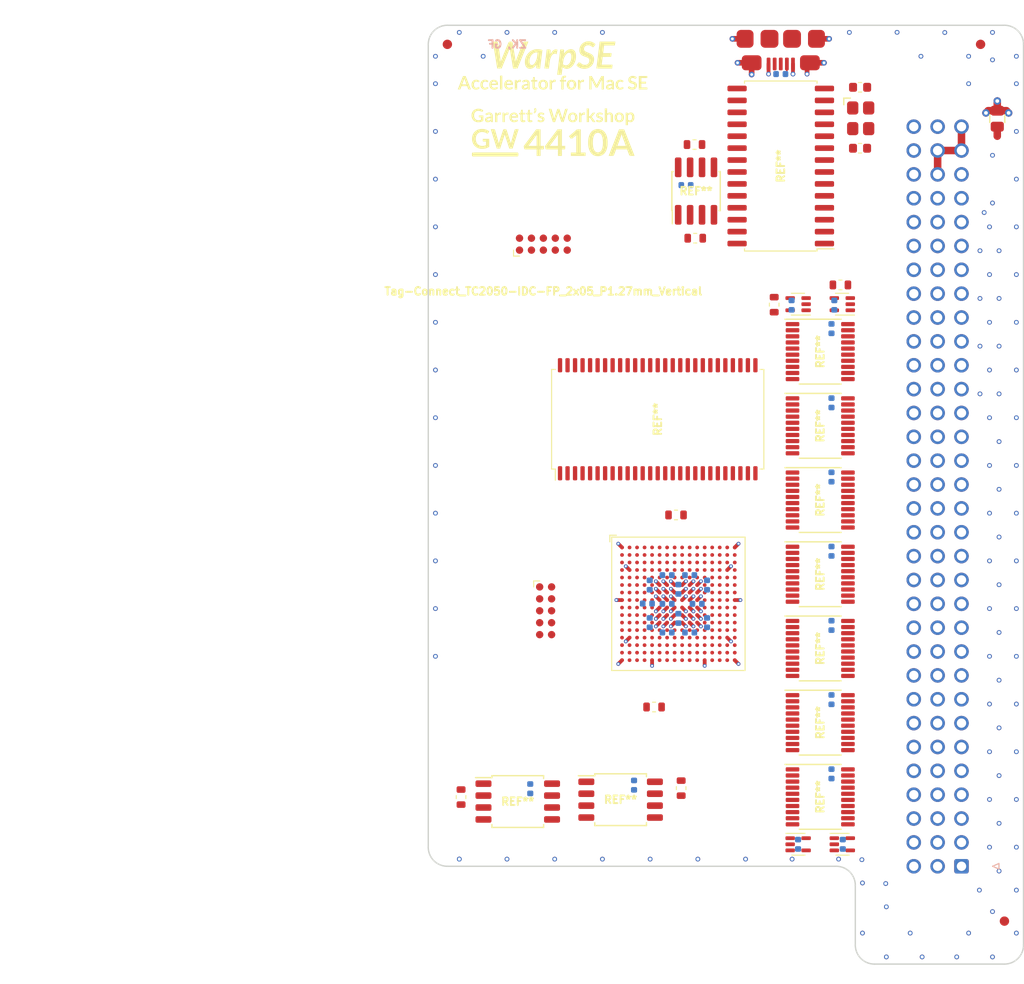
<source format=kicad_pcb>
(kicad_pcb (version 20221018) (generator pcbnew)
  (title_block (title "WarpSE (GW4410A)") (date "2024-04-23") (rev "1.0") (company "Garrett's Workshop"))
  (layers (0 "F.Cu" signal) (1 "In1.Cu" power) (2 "In2.Cu" power) (31 "B.Cu" signal) (34 "B.Paste" user) (35 "F.Paste" user) (36 "B.SilkS" user "B.Silkscreen") (37 "F.SilkS" user "F.Silkscreen") (38 "B.Mask" user) (39 "F.Mask" user) (44 "Edge.Cuts" user))
  (net 0 "")
  (net 1 "GND")
  (net 2 "+5V")
  (net 3 "+3V3")
  (net 4 "-5V")
  (net 5 "+12V")
  (net 6 "-12V")
  (net 7 "/Prog/USB5V")
  (net 8 "/PDS/A1")
  (net 9 "/PDS/A2")
  (net 10 "/PDS/A3")
  (net 11 "/PDS/A4")
  (net 12 "/PDS/A5")
  (net 13 "/PDS/A6")
  (net 14 "/PDS/A7")
  (net 15 "/PDS/A8")
  (net 16 "/PDS/A9")
  (net 17 "/PDS/A10")
  (net 18 "/PDS/A11")
  (net 19 "/PDS/A12")
  (net 20 "/PDS/A13")
  (net 21 "/PDS/A14")
  (net 22 "/PDS/A15")
  (net 23 "/PDS/A16")
  (net 24 "/PDS/A17")
  (net 25 "/PDS/A18")
  (net 26 "/PDS/A19")
  (net 27 "/PDS/A20")
  (net 28 "/PDS/A21")
  (net 29 "/PDS/A22")
  (net 30 "/PDS/A23")
  (net 31 "/PDS/E")
  (net 32 "/PDS/C8M")
  (net 33 "/PDS/C16M")
  (net 34 "/Control/B~{IPL}0")
  (net 35 "/Control/B~{IPL}1")
  (net 36 "/Control/B~{IPL}2")
  (net 37 "/PDS/~{BERR}")
  (net 38 "/PDS/~{VPA}")
  (net 39 "/PDS/~{VMA}")
  (net 40 "/PDS/~{BR}")
  (net 53 "/PDS/~{DTACK}")
  (net 54 "/PDS/R~{W}")
  (net 55 "/PDS/~{LDS}")
  (net 56 "/PDS/~{UDS}")
  (net 57 "/PDS/~{AS}")
  (net 58 "/PDS/~{RESET}")
  (net 59 "/PDS/D0")
  (net 60 "/PDS/D1")
  (net 61 "/PDS/D2")
  (net 62 "/PDS/D3")
  (net 63 "/PDS/D4")
  (net 64 "/PDS/D5")
  (net 65 "/PDS/D6")
  (net 66 "/PDS/D7")
  (net 67 "/PDS/D8")
  (net 68 "/PDS/D9")
  (net 74 "/PDS/D10")
  (net 75 "Net-(J3-D-)")
  (net 76 "Net-(J3-D+)")
  (net 77 "/PDS/D11")
  (net 78 "/PDS/D12")
  (net 79 "/PDS/D13")
  (net 80 "/PDS/D14")
  (net 82 "/PDS/D15")
  (net 174 "+1V1")
  (net 292 "+2V5")
  (footprint "stdpads:C_0805" (layer "F.Cu") (at 209.55 49.95 90)
    (fp_text reference "C22")
    (fp_text value "10u")
  )
  (footprint "stdpads:DIN41612_R_3x32_Male_Vertical_THT" (layer "F.Cu") (at 205.74 129.54 180)
    (fp_text reference "J1" hide)
    (fp_text value "MacSEPDS")
  )
  (footprint "stdpads:Fiducial" (layer "F.Cu") (at 151.007076 42.037)
    (fp_text reference "FID1")
    (fp_text value "Fiducial" hide)
  )
  (footprint "stdpads:Fiducial" (layer "F.Cu") (at 207.772 42.037)
    (fp_text reference "FID2")
    (fp_text value "Fiducial" hide)
  )
  (footprint "stdpads:Fiducial" (layer "F.Cu") (at 210.312 135.382)
    (fp_text reference "FID3")
    (fp_text value "Fiducial" hide)
  )
  (footprint "stdpads:PasteHole_1.152mm_NPTH" (layer "F.Cu") (at 153.547076 42.037)
    (fp_text reference "H1")
    (fp_text value " " hide)
  )
  (footprint "stdpads:PasteHole_1.152mm_NPTH" (layer "F.Cu") (at 210.312 42.037)
    (fp_text reference "H2")
    (fp_text value " " hide)
  )
  (footprint "stdpads:PasteHole_1.152mm_NPTH" (layer "F.Cu") (at 210.312 137.922)
    (fp_text reference "H3")
    (fp_text value " " hide)
  )
  (footprint "stdpads:PasteHole_1.152mm_NPTH" (layer "F.Cu") (at 196.469 137.922)
    (fp_text reference "H4")
    (fp_text value " " hide)
  )
  (footprint "stdpads:SOT-353" (layer "F.Cu") (at 193.05 69.7 90)
    (fp_text reference "REF**")
    (fp_text value "SOT-353")
  )
  (footprint "stdpads:TSSOP-20_4.4x6.5mm_P0.65mm" (layer "F.Cu") (at 190.7 114.25 -90)
    (fp_text reference "REF**")
    (fp_text value "TSSOP-20_4.4x6.5mm_P0.65mm")
  )
  (footprint "stdpads:SOIC-8_5.3mm" (layer "F.Cu") (at 158.5 122.65 -90)
    (fp_text reference "REF**")
    (fp_text value "SOIC-8_5.3mm")
  )
  (footprint "stdpads:R_0603" (layer "F.Cu") (at 175.349 92.1385)
    (fp_text reference "REF**")
    (fp_text value "R_0603")
  )
  (footprint "LOGO" (layer "F.Cu") (at 162.2425 51.6255)
    (fp_text reference "G***" hide)
    (fp_text value "LOGO" hide)
  )
  (footprint "stdpads:USB_Micro-B_Amphenol_10118192-0001" (layer "F.Cu") (at 186.5 42 180)
    (fp_text reference "J3")
    (fp_text value "microUSB")
  )
  (footprint "stdpads:SOIC-28_7.5mm" (layer "F.Cu") (at 186.4995 54.991 90)
    (fp_text reference "REF**")
    (fp_text value "SOIC-28_7.5mm")
  )
  (footprint "stdpads:R_0603" (layer "F.Cu") (at 175.895 121.2215 90)
    (fp_text reference "REF**")
    (fp_text value "R_0603")
  )
  (footprint "stdpads:Crystal_SMD_3225-4Pin_3.2x2.5mm" (layer "F.Cu") (at 195.0085 49.911 -90)
    (fp_text reference "REF**")
    (fp_text value "Crystal_SMD_3225-4Pin_3.2x2.5mm")
  )
  (footprint "stdpads:SOT-353" (layer "F.Cu") (at 188.35 127.2 -90)
    (fp_text reference "REF**")
    (fp_text value "SOT-353")
  )
  (footprint "stdpads:R_0603" (layer "F.Cu") (at 192.85 67.65 180)
    (fp_text reference "REF**")
    (fp_text value "R_0603")
  )
  (footprint "stdpads:TSOP-II-54_22.2x10.16mm_P0.8mm" (layer "F.Cu") (at 173.4 81.95)
    (fp_text reference "REF**")
    (fp_text value "TSOP-II-54_22.2x10.16mm_P0.8mm")
  )
  (footprint "LOGO" (layer "F.Cu") (at 162.2425 44.196)
    (fp_text reference "G***" hide)
    (fp_text value "LOGO" hide)
  )
  (footprint "stdpads:R_0603" (layer "F.Cu") (at 177.3935 62.6745)
    (fp_text reference "REF**")
    (fp_text value "R_0603")
  )
  (footprint "stdpads:TSSOP-20_4.4x6.5mm_P0.65mm" (layer "F.Cu") (at 190.7 74.75 -90)
    (fp_text reference "REF**")
    (fp_text value "TSSOP-20_4.4x6.5mm_P0.65mm")
  )
  (footprint "stdpads:R_0603" (layer "F.Cu") (at 177.3175 52.705 180)
    (fp_text reference "REF**")
    (fp_text value "R_0603")
  )
  (footprint "stdpads:SOT-353" (layer "F.Cu") (at 193.05 127.2 -90)
    (fp_text reference "REF**")
    (fp_text value "SOT-353")
  )
  (footprint "stdpads:Lattice_CABGA-256_14x14mm" (layer "F.Cu") (at 175.6 101.6)
    (fp_text reference "U11")
    (fp_text value "LFE5U-12F-BG256")
  )
  (footprint "stdpads:TSSOP-20_4.4x6.5mm_P0.65mm" (layer "F.Cu") (at 190.7 82.65 -90)
    (fp_text reference "REF**")
    (fp_text value "TSSOP-20_4.4x6.5mm_P0.65mm")
  )
  (footprint "stdpads:TSSOP-20_4.4x6.5mm_P0.65mm" (layer "F.Cu") (at 190.7 98.45 -90)
    (fp_text reference "REF**")
    (fp_text value "TSSOP-20_4.4x6.5mm_P0.65mm")
  )
  (footprint "stdpads:TSSOP-20_4.4x6.5mm_P0.65mm" (layer "F.Cu") (at 190.7 122.15 -90)
    (fp_text reference "REF**")
    (fp_text value "TSSOP-20_4.4x6.5mm_P0.65mm")
  )
  (footprint "stdpads:R_0603" (layer "F.Cu") (at 185.8 69.75 90)
    (fp_text reference "REF**")
    (fp_text value "R_0603")
  )
  (footprint "stdpads:C_0603" (layer "F.Cu") (at 194.939 53.099)
    (fp_text reference "REF**")
    (fp_text value "C_0603")
  )
  (footprint "stdpads:Tag-Connect_TC2050-IDC-FP_2x05_P1.27mm_Vertical" (layer "F.Cu") (at 161.466 102.34 -90)
    (fp_text reference "REF**")
    (fp_text value "Tag-Connect_TC2050-IDC-FP_2x05_P1.27mm_Vertical")
  )
  (footprint "stdpads:Tag-Connect_TC2050-IDC-FP_2x05_P1.27mm_Vertical" (layer "F.Cu") (at 161.2265 63.3095)
    (fp_text reference "REF**")
    (fp_text value "Tag-Connect_TC2050-IDC-FP_2x05_P1.27mm_Vertical")
  )
  (footprint "stdpads:TSSOP-20_4.4x6.5mm_P0.65mm" (layer "F.Cu") (at 190.7 90.55 -90)
    (fp_text reference "REF**")
    (fp_text value "TSSOP-20_4.4x6.5mm_P0.65mm")
  )
  (footprint "stdpads:SOIC-8_3.9mm" (layer "F.Cu") (at 177.4825 57.658)
    (fp_text reference "REF**")
    (fp_text value "SOIC-8_3.9mm")
  )
  (footprint "stdpads:R_0603" (layer "F.Cu") (at 173.012 112.5855 180)
    (fp_text reference "REF**")
    (fp_text value "R_0603")
  )
  (footprint "stdpads:C_0603" (layer "F.Cu") (at 194.945 46.609)
    (fp_text reference "REF**")
    (fp_text value "C_0603")
  )
  (footprint "stdpads:R_0603" (layer "F.Cu") (at 152.4635 122.174 90)
    (fp_text reference "REF**")
    (fp_text value "R_0603")
  )
  (footprint "stdpads:SOIC-8_5.3mm" (layer "F.Cu") (at 169.45 122.45 -90)
    (fp_text reference "REF**")
    (fp_text value "SOIC-8_5.3mm")
  )
  (footprint "stdpads:TSSOP-20_4.4x6.5mm_P0.65mm" (layer "F.Cu") (at 190.7 106.35 -90)
    (fp_text reference "REF**")
    (fp_text value "TSSOP-20_4.4x6.5mm_P0.65mm")
  )
  (footprint "stdpads:SOT-353" (layer "F.Cu") (at 188.35 69.7 90)
    (fp_text reference "REF**")
    (fp_text value "SOT-353")
  )
  (footprint "stdpads:C_0402" (layer "B.Cu") (at 187.65 69.8 90)
    (fp_text reference "REF**")
    (fp_text value "C_0402")
  )
  (footprint "stdpads:C_0402" (layer "B.Cu") (at 178.65 99.6 90)
    (fp_text reference "REF**")
    (fp_text value "C_0402")
  )
  (footprint "stdpads:C_0402" (layer "B.Cu") (at 176.411 57.023)
    (fp_text reference "REF**")
    (fp_text value "C_0402")
  )
  (footprint "stdpads:C_0402" (layer "B.Cu") (at 172.55 103.6 90)
    (fp_text reference "REF**")
    (fp_text value "C_0402")
  )
  (footprint "stdpads:C_0402" (layer "B.Cu") (at 191.9 103.9 -90)
    (fp_text reference "REF**")
    (fp_text value "C_0402")
  )
  (footprint "stdpads:C_0402" (layer "B.Cu") (at 177.6 101.6 180)
    (fp_text reference "REF**")
    (fp_text value "C_0402")
  )
  (footprint "stdpads:C_0402" (layer "B.Cu") (at 188.341 127.1985 -90)
    (fp_text reference "REF**")
    (fp_text value "C_0402")
  )
  (footprint "stdpads:C_0402" (layer "B.Cu") (at 191.9 88.1 -90)
    (fp_text reference "REF**")
    (fp_text value "C_0402")
  )
  (footprint "stdpads:C_0402" (layer "B.Cu") (at 178.65 103.6 90)
    (fp_text reference "REF**")
    (fp_text value "C_0402")
  )
  (footprint "stdpads:C_0402" (layer "B.Cu") (at 191.9 96 -90)
    (fp_text reference "REF**")
    (fp_text value "C_0402")
  )
  (footprint "stdpads:C_0402" (layer "B.Cu") (at 176.8 104.65 180)
    (fp_text reference "REF**")
    (fp_text value "C_0402")
  )
  (footprint "stdpads:C_0402" (layer "B.Cu") (at 159.8295 121.285 -90)
    (fp_text reference "REF**")
    (fp_text value "C_0402")
  )
  (footprint "stdpads:C_0402" (layer "B.Cu") (at 174.4 104.65)
    (fp_text reference "REF**")
    (fp_text value "C_0402")
  )
  (footprint "stdpads:C_0402" (layer "B.Cu") (at 175.6 100.05 90)
    (fp_text reference "REF**")
    (fp_text value "C_0402")
  )
  (footprint "stdpads:C_0402" (layer "B.Cu") (at 186.5 45.2 180)
    (fp_text reference "REF**")
    (fp_text value "C_0402")
  )
  (footprint "stdpads:C_0402" (layer "B.Cu") (at 191.9 111.8 -90)
    (fp_text reference "REF**")
    (fp_text value "C_0402")
  )
  (footprint "stdpads:C_0402" (layer "B.Cu") (at 174.4 101.6)
    (fp_text reference "REF**")
    (fp_text value "C_0402")
  )
  (footprint "stdpads:C_0402" (layer "B.Cu") (at 191.9 72.3 -90)
    (fp_text reference "REF**")
    (fp_text value "C_0402")
  )
  (footprint "stdpads:C_0402" (layer "B.Cu") (at 192.2 69.8 90)
    (fp_text reference "REF**")
    (fp_text value "C_0402")
  )
  (footprint "stdpads:C_0402" (layer "B.Cu") (at 170.8785 120.904 -90)
    (fp_text reference "REF**")
    (fp_text value "C_0402")
  )
  (footprint "stdpads:C_0402" (layer "B.Cu") (at 174.4 98.55)
    (fp_text reference "REF**")
    (fp_text value "C_0402")
  )
  (footprint "stdpads:C_0402" (layer "B.Cu") (at 191.9 119.7 -90)
    (fp_text reference "REF**")
    (fp_text value "C_0402")
  )
  (footprint "stdpads:C_0402" (layer "B.Cu") (at 172.3 101.575 180)
    (fp_text reference "REF**")
    (fp_text value "C_0402")
  )
  (footprint "stdpads:C_0402" (layer "B.Cu") (at 172.55 99.6 90)
    (fp_text reference "REF**")
    (fp_text value "C_0402")
  )
  (footprint "stdpads:C_0402" (layer "B.Cu") (at 193.1035 127.1985 -90)
    (fp_text reference "REF**")
    (fp_text value "C_0402")
  )
  (footprint "stdpads:C_0402" (layer "B.Cu") (at 176.8 98.55 180)
    (fp_text reference "REF**")
    (fp_text value "C_0402")
  )
  (footprint "stdpads:C_0402" (layer "B.Cu") (at 175.6 103.15 90)
    (fp_text reference "REF**")
    (fp_text value "C_0402")
  )
  (footprint "stdpads:C_0402" (layer "B.Cu") (at 191.9 80.2 -90)
    (fp_text reference "REF**")
    (fp_text value "C_0402")
  )
  (gr_arc (start 151.003 129.540002) (mid 149.566159 128.944843) (end 148.971 127.508002) (stroke (width 0.15)) (layer "Edge.Cuts"))
  (gr_arc (start 192.405 129.54) (mid 193.841841 130.135159) (end 194.437 131.572) (stroke (width 0.15)) (layer "Edge.Cuts"))
  (gr_arc (start 196.469 139.954) (mid 195.032159 139.358841) (end 194.437 137.922) (stroke (width 0.15)) (layer "Edge.Cuts"))
  (gr_arc (start 212.344 137.922) (mid 211.748841 139.358841) (end 210.312 139.954) (stroke (width 0.15)) (layer "Edge.Cuts"))
  (gr_line (start 210.312 40.005) (end 151.003 40.005) (stroke (width 0.15)) (layer "Edge.Cuts"))
  (gr_line (start 148.975076 127.508) (end 148.975076 42.037) (stroke (width 0.15)) (layer "Edge.Cuts"))
  (gr_line (start 192.405 129.54) (end 151.003 129.54) (stroke (width 0.15)) (layer "Edge.Cuts"))
  (gr_line (start 194.437 137.922) (end 194.437 131.572) (stroke (width 0.15)) (layer "Edge.Cuts"))
  (gr_line (start 210.312 139.954) (end 196.469 139.954) (stroke (width 0.15)) (layer "Edge.Cuts"))
  (gr_line (start 212.344 42.037) (end 212.344 137.922) (stroke (width 0.15)) (layer "Edge.Cuts"))
  (gr_arc (start 148.975076 42.037) (mid 149.570235 40.600159) (end 151.007076 40.005) (stroke (width 0.15)) (layer "Edge.Cuts"))
  (gr_arc (start 210.312 40.005) (mid 211.748841 40.600159) (end 212.344 42.037) (stroke (width 0.15)) (layer "Edge.Cuts"))
  (gr_text "ZK, GF" (at 157.357076 42.037) (layer "B.SilkS") (effects (font (size 0.8128 0.8128) (thickness 0.2032)) (justify mirror)))
  (segment (start 209.55 49.1) (end 210.517 49.1) (width 0.8) (layer "F.Cu") (net 1))
  (segment (start 210.517 49.1) (end 210.7565 49.3395) (width 0.8) (layer "F.Cu") (net 1))
  (segment (start 208.583 49.1) (end 208.3435 49.3395) (width 0.8) (layer "F.Cu") (net 1))
  (segment (start 209.55 49.1) (end 208.583 49.1) (width 0.8) (layer "F.Cu") (net 1))
  (segment (start 209.55 49.1) (end 209.55 48.0695) (width 0.8) (layer "F.Cu") (net 1))
  (segment (start 180.8 105.2) (end 181.2 105.6) (width 0.4) (layer "F.Cu") (net 1))
  (segment (start 176.8 100.4) (end 177.2 100) (width 0.4) (layer "F.Cu") (net 1))
  (segment (start 185.2 44.125) (end 185.2 45.2) (width 0.4) (layer "F.Cu") (net 1))
  (segment (start 189.6 44) (end 189.3 44.3) (width 0.5) (layer "F.Cu") (net 1))
  (segment (start 176.8 102.8) (end 177.2 103.2) (width 0.4) (layer "F.Cu") (net 1))
  (segment (start 175.2 100.4) (end 174.8 100) (width 0.4) (layer "F.Cu") (net 1))
  (segment (start 172.8 107.6) (end 172.8 108.2) (width 0.4) (layer "F.Cu") (net 1))
  (segment (start 169.6 95.6) (end 169.2 95.2) (width 0.4) (layer "F.Cu") (net 1))
  (segment (start 189.6 44) (end 191.1 44) (width 0.6) (layer "F.Cu") (net 1))
  (segment (start 190.3 41.45) (end 191.65 41.45) (width 0.6) (layer "F.Cu") (net 1))
  (segment (start 175.2 102) (end 174.8 102.4) (width 0.4) (layer "F.Cu") (net 1))
  (segment (start 175.2 101.2) (end 174.8 100.8) (width 0.4) (layer "F.Cu") (net 1))
  (segment (start 176 102.8) (end 176.4 103.2) (width 0.4) (layer "F.Cu") (net 1))
  (segment (start 183.4 44) (end 181.9 44) (width 0.6) (layer "F.Cu") (net 1))
  (segment (start 169.6 107.6) (end 169.2 108) (width 0.4) (layer "F.Cu") (net 1))
  (segment (start 176 102) (end 176.4 102.4) (width 0.4) (layer "F.Cu") (net 1))
  (segment (start 181.6 107.6) (end 182 108) (width 0.4) (layer "F.Cu") (net 1))
  (segment (start 173.6 102.8) (end 173.2 103.2) (width 0.4) (layer "F.Cu") (net 1))
  (segment (start 176 99.6) (end 176.4 99.2) (width 0.4) (layer "F.Cu") (net 1))
  (segment (start 180.8 98) (end 181.2 97.6) (width 0.4) (layer "F.Cu") (net 1))
  (segment (start 176 101.2) (end 176.4 100.8) (width 0.4) (layer "F.Cu") (net 1))
  (segment (start 181.6 95.6) (end 182 95.2) (width 0.4) (layer "F.Cu") (net 1))
  (segment (start 169.6 101.2) (end 169 101.2) (width 0.4) (layer "F.Cu") (net 1))
  (segment (start 176.8 102) (end 177.2 102.4) (width 0.4) (layer "F.Cu") (net 1))
  (segment (start 175.2 102.8) (end 174.8 103.2) (width 0.4) (layer "F.Cu") (net 1))
  (segment (start 170.4 98) (end 170 97.6) (width 0.4) (layer "F.Cu") (net 1))
  (segment (start 182.7 41.45) (end 181.35 41.45) (width 0.6) (layer "F.Cu") (net 1))
  (segment (start 170.4 105.2) (end 170 105.6) (width 0.4) (layer "F.Cu") (net 1))
  (segment (start 181.6 101.2) (end 182.2 101.2) (width 0.4) (layer "F.Cu") (net 1))
  (segment (start 189.3 44.3) (end 189.3 45.2) (width 0.5) (layer "F.Cu") (net 1))
  (segment (start 175.2 99.6) (end 174.8 99.2) (width 0.4) (layer "F.Cu") (net 1))
  (segment (start 178.4 107.6) (end 178.4 108.2) (width 0.4) (layer "F.Cu") (net 1))
  (segment (start 176.8 101.2) (end 177.2 100.8) (width 0.4) (layer "F.Cu") (net 1))
  (segment (start 183.4 44) (end 183.4 45.25) (width 0.6) (layer "F.Cu") (net 1))
  (segment (start 174.4 102.8) (end 174 103.2) (width 0.4) (layer "F.Cu") (net 1))
  (via (at 208.3435 49.3395) (size 0.8) (drill 0.4) (layers "F.Cu" "B.Cu") (net 1))
  (via (at 209.55 48.0695) (size 0.8) (drill 0.4) (layers "F.Cu" "B.Cu") (net 1))
  (via (at 210.7565 49.3395) (size 0.8) (drill 0.4) (layers "F.Cu" "B.Cu") (net 1))
  (via (at 211.582 43.307) (size 0.5) (drill 0.3) (layers "F.Cu" "B.Cu") (net 1))
  (via (at 181.9 44) (size 0.6) (drill 0.3) (layers "F.Cu" "B.Cu") (net 1))
  (via (at 211.582 66.548) (size 0.5) (drill 0.3) (layers "F.Cu" "B.Cu") (net 1))
  (via (at 208.7245 127.508) (size 0.5) (drill 0.3) (layers "F.Cu" "B.Cu") (net 1))
  (via (at 209.7405 119.888) (size 0.5) (drill 0.3) (layers "F.Cu" "B.Cu") (net 1))
  (via (at 181.2 97.6) (size 0.4) (drill 0.2) (layers "F.Cu" "B.Cu") (net 1))
  (via (at 169.2 95.2) (size 0.4) (drill 0.2) (layers "F.Cu" "B.Cu") (net 1))
  (via (at 173.2 103.2) (size 0.4) (drill 0.2) (layers "F.Cu" "B.Cu") (net 1))
  (via (at 203.962 40.7779) (size 0.5) (drill 0.3) (layers "F.Cu" "B.Cu") (net 1))
  (via (at 191.1 44) (size 0.6) (drill 0.3) (layers "F.Cu" "B.Cu") (net 1))
  (via (at 208.7245 81.788) (size 0.5) (drill 0.3) (layers "F.Cu" "B.Cu") (net 1))
  (via (at 149.737076 56.388) (size 0.5) (drill 0.3) (layers "F.Cu" "B.Cu") (net 1))
  (via (at 185.2 45.2) (size 0.5) (drill 0.3) (layers "F.Cu" "B.Cu") (net 1))
  (via (at 208.7245 117.348) (size 0.5) (drill 0.3) (layers "F.Cu" "B.Cu") (net 1))
  (via (at 177.673 128.778) (size 0.5) (drill 0.3) (layers "F.Cu" "B.Cu") (net 1))
  (via (at 149.737076 76.708) (size 0.5) (drill 0.3) (layers "F.Cu" "B.Cu") (net 1))
  (via (at 201.422 43.307) (size 0.5) (drill 0.3) (layers "F.Cu" "B.Cu") (net 1))
  (via (at 211.582 102.108) (size 0.5) (drill 0.3) (layers "F.Cu" "B.Cu") (net 1))
  (via (at 209.042 58.928) (size 0.5) (drill 0.3) (layers "F.Cu" "B.Cu") (net 1))
  (via (at 149.737076 66.548) (size 0.5) (drill 0.3) (layers "F.Cu" "B.Cu") (net 1))
  (via (at 192.659 128.778) (size 0.5) (drill 0.3) (layers "F.Cu" "B.Cu") (net 1))
  (via (at 174.8 102.4) (size 0.4) (drill 0.2) (layers "F.Cu" "B.Cu") (net 1))
  (via (at 149.737076 86.868) (size 0.5) (drill 0.3) (layers "F.Cu" "B.Cu") (net 1))
  (via (at 208.7245 61.468) (size 0.5) (drill 0.3) (layers "F.Cu" "B.Cu") (net 1))
  (via (at 207.7085 69.088) (size 0.5) (drill 0.3) (layers "F.Cu" "B.Cu") (net 1))
  (via (at 182.2 101.2) (size 0.4) (drill 0.2) (layers "F.Cu" "B.Cu") (net 1))
  (via (at 198.882 40.7561) (size 0.5) (drill 0.3) (layers "F.Cu" "B.Cu") (net 1))
  (via (at 176.4 99.2) (size 0.4) (drill 0.2) (layers "F.Cu" "B.Cu") (net 1))
  (via (at 211.582 76.708) (size 0.5) (drill 0.3) (layers "F.Cu" "B.Cu") (net 1))
  (via (at 154.817075 43.307) (size 0.5) (drill 0.3) (layers "F.Cu" "B.Cu") (net 1))
  (via (at 195.199 131.318) (size 0.5) (drill 0.3) (layers "F.Cu" "B.Cu") (net 1))
  (via (at 149.737076 102.108) (size 0.5) (drill 0.3) (layers "F.Cu" "B.Cu") (net 1))
  (via (at 177.2 100) (size 0.4) (drill 0.2) (layers "F.Cu" "B.Cu") (net 1))
  (via (at 208.7245 97.028) (size 0.5) (drill 0.3) (layers "F.Cu" "B.Cu") (net 1))
  (via (at 177.2 103.2) (size 0.4) (drill 0.2) (layers "F.Cu" "B.Cu") (net 1))
  (via (at 208.7245 122.428) (size 0.5) (drill 0.3) (layers "F.Cu" "B.Cu") (net 1))
  (via (at 211.582 51.308) (size 0.5) (drill 0.3) (layers "F.Cu" "B.Cu") (net 1))
  (via (at 211.582 127.508) (size 0.5) (drill 0.3) (layers "F.Cu" "B.Cu") (net 1))
  (via (at 211.582 71.628) (size 0.5) (drill 0.3) (layers "F.Cu" "B.Cu") (net 1))
  (via (at 149.737076 46.228) (size 0.5) (drill 0.3) (layers "F.Cu" "B.Cu") (net 1))
  (via (at 206.502 136.652) (size 0.5) (drill 0.3) (layers "F.Cu" "B.Cu") (net 1))
  (via (at 174.8 100) (size 0.4) (drill 0.2) (layers "F.Cu" "B.Cu") (net 1))
  (via (at 176.4 100.8) (size 0.4) (drill 0.2) (layers "F.Cu" "B.Cu") (net 1))
  (via (at 174 103.2) (size 0.4) (drill 0.2) (layers "F.Cu" "B.Cu") (net 1))
  (via (at 209.7405 79.248) (size 0.5) (drill 0.3) (layers "F.Cu" "B.Cu") (net 1))
  (via (at 209.7405 69.088) (size 0.5) (drill 0.3) (layers "F.Cu" "B.Cu") (net 1))
  (via (at 162.433 128.778) (size 0.5) (drill 0.3) (layers "F.Cu" "B.Cu") (net 1))
  (via (at 211.582 91.948) (size 0.5) (drill 0.3) (layers "F.Cu" "B.Cu") (net 1))
  (via (at 208.153 59.944) (size 0.5) (drill 0.3) (layers "F.Cu" "B.Cu") (net 1))
  (via (at 211.582 97.028) (size 0.5) (drill 0.3) (layers "F.Cu" "B.Cu") (net 1))
  (via (at 195.1355 128.8415) (size 0.5) (drill 0.3) (layers "F.Cu" "B.Cu") (net 1))
  (via (at 209.042 43.688) (size 0.5) (drill 0.3) (layers "F.Cu" "B.Cu") (net 1))
  (via (at 178.4 108.2) (size 0.4) (drill 0.2) (layers "F.Cu" "B.Cu") (net 1))
  (via (at 209.7405 89.408) (size 0.5) (drill 0.3) (layers "F.Cu" "B.Cu") (net 1))
  (via (at 211.582 122.428) (size 0.5) (drill 0.3) (layers "F.Cu" "B.Cu") (net 1))
  (via (at 162.433 40.767) (size 0.5) (drill 0.3) (layers "F.Cu" "B.Cu") (net 1))
  (via (at 207.7085 79.248) (size 0.5) (drill 0.3) (layers "F.Cu" "B.Cu") (net 1))
  (via (at 209.7405 94.488) (size 0.5) (drill 0.3) (layers "F.Cu" "B.Cu") (net 1))
  (via (at 167.513 40.767) (size 0.5) (drill 0.3) (layers "F.Cu" "B.Cu") (net 1))
  (via (at 191.65 41.45) (size 0.6) (drill 0.3) (layers "F.Cu" "B.Cu") (net 1))
  (via (at 211.582 136.652) (size 0.5) (drill 0.3) (layers "F.Cu" "B.Cu") (net 1))
  (via (at 157.353 128.778) (size 0.5) (drill 0.3) (layers "F.Cu" "B.Cu") (net 1))
  (via (at 189.3 45.2) (size 0.5) (drill 0.3) (layers "F.Cu" "B.Cu") (net 1))
  (via (at 208.7245 66.548) (size 0.5) (drill 0.3) (layers "F.Cu" "B.Cu") (net 1))
  (via (at 170 105.6) (size 0.4) (drill 0.2) (layers "F.Cu" "B.Cu") (net 1))
  (via (at 174.8 103.2) (size 0.4) (drill 0.2) (layers "F.Cu" "B.Cu") (net 1))
  (via (at 209.042 53.848) (size 0.5) (drill 0.3) (layers "F.Cu" "B.Cu") (net 1))
  (via (at 183.4 45.25) (size 0.6) (drill 0.3) (layers "F.Cu" "B.Cu") (net 1))
  (via (at 182 108) (size 0.4) (drill 0.2) (layers "F.Cu" "B.Cu") (net 1))
  (via (at 149.737076 91.948) (size 0.5) (drill 0.3) (layers "F.Cu" "B.Cu") (net 1))
  (via (at 208.7245 76.708) (size 0.5) (drill 0.3) (layers "F.Cu" "B.Cu") (net 1))
  (via (at 182.753 128.778) (size 0.5) (drill 0.3) (layers "F.Cu" "B.Cu") (net 1))
  (via (at 211.582 117.348) (size 0.5) (drill 0.3) (layers "F.Cu" "B.Cu") (net 1))
  (via (at 208.7245 91.948) (size 0.5) (drill 0.3) (layers "F.Cu" "B.Cu") (net 1))
  (via (at 172.593 128.778) (size 0.5) (drill 0.3) (layers "F.Cu" "B.Cu") (net 1))
  (via (at 193.802 40.767) (size 0.5) (drill 0.3) (layers "F.Cu" "B.Cu") (net 1))
  (via (at 197.6755 131.3815) (size 0.5) (drill 0.3) (layers "F.Cu" "B.Cu") (net 1))
  (via (at 209.7405 104.648) (size 0.5) (drill 0.3) (layers "F.Cu" "B.Cu") (net 1))
  (via (at 211.582 132.08) (size 0.5) (drill 0.3) (layers "F.Cu" "B.Cu") (net 1))
  (via (at 152.273 128.778) (size 0.5) (drill 0.3) (layers "F.Cu" "B.Cu") (net 1))
  (via (at 207.7085 74.168) (size 0.5) (drill 0.3) (layers "F.Cu" "B.Cu") (net 1))
  (via (at 177.2 100.8) (size 0.4) (drill 0.2) (layers "F.Cu" "B.Cu") (net 1))
  (via (at 211.582 86.868) (size 0.5) (drill 0.3) (layers "F.Cu" "B.Cu") (net 1))
  (via (at 209.042 40.767) (size 0.5) (drill 0.3) (layers "F.Cu" "B.Cu") (net 1))
  (via (at 197.739 139.192) (size 0.5) (drill 0.3) (layers "F.Cu" "B.Cu") (net 1))
  (via (at 206.502 43.307) (size 0.5) (drill 0.3) (layers "F.Cu" "B.Cu") (net 1))
  (via (at 176.4 102.4) (size 0.4) (drill 0.2) (layers "F.Cu" "B.Cu") (net 1))
  (via (at 152.277076 128.778) (size 0.5) (drill 0.3) (layers "F.Cu" "B.Cu") (net 1))
  (via (at 209.7405 99.568) (size 0.5) (drill 0.3) (layers "F.Cu" "B.Cu") (net 1))
  (via (at 181.35 41.45) (size 0.6) (drill 0.3) (layers "F.Cu" "B.Cu") (net 1))
  (via (at 182 95.2) (size 0.4) (drill 0.2) (layers "F.Cu" "B.Cu") (net 1))
  (via (at 176.4 103.2) (size 0.4) (drill 0.2) (layers "F.Cu" "B.Cu") (net 1))
  (via (at 177.2 102.4) (size 0.4) (drill 0.2) (layers "F.Cu" "B.Cu") (net 1))
  (via (at 208.7245 71.628) (size 0.5) (drill 0.3) (layers "F.Cu" "B.Cu") (net 1))
  (via (at 211.582 46.228) (size 0.5) (drill 0.3) (layers "F.Cu" "B.Cu") (net 1))
  (via (at 209.7405 84.328) (size 0.5) (drill 0.3) (layers "F.Cu" "B.Cu") (net 1))
  (via (at 209.7405 64.008) (size 0.5) (drill 0.3) (layers "F.Cu" "B.Cu") (net 1))
  (via (at 209.7405 124.968) (size 0.5) (drill 0.3) (layers "F.Cu" "B.Cu") (net 1))
  (via (at 174.8 99.2) (size 0.4) (drill 0.2) (layers "F.Cu" "B.Cu") (net 1))
  (via (at 174.8 100.8) (size 0.4) (drill 0.2) (layers "F.Cu" "B.Cu") (net 1))
  (via (at 149.737076 107.188) (size 0.5) (drill 0.3) (layers "F.Cu" "B.Cu") (net 1))
  (via (at 201.549 139.192) (size 0.5) (drill 0.3) (layers "F.Cu" "B.Cu") (net 1))
  (via (at 169.2 108) (size 0.4) (drill 0.2) (layers "F.Cu" "B.Cu") (net 1))
  (via (at 187.706 128.778) (size 0.5) (drill 0.3) (layers "F.Cu" "B.Cu") (net 1))
  (via (at 209.7405 74.168) (size 0.5) (drill 0.3) (layers "F.Cu" "B.Cu") (net 1))
  (via (at 200.279 136.652) (size 0.5) (drill 0.3) (layers "F.Cu" "B.Cu") (net 1))
  (via (at 149.737076 51.308) (size 0.5) (drill 0.3) (layers "F.Cu" "B.Cu") (net 1))
  (via (at 209.042 134.366) (size 0.5) (drill 0.3) (layers "F.Cu" "B.Cu") (net 1))
  (via (at 205.232 139.192) (size 0.5) (drill 0.3) (layers "F.Cu" "B.Cu") (net 1))
  (via (at 152.273 40.767) (size 0.5) (drill 0.3) (layers "F.Cu" "B.Cu") (net 1))
  (via (at 206.502 46.228) (size 0.5) (drill 0.3) (layers "F.Cu" "B.Cu") (net 1))
  (via (at 169 101.2) (size 0.4) (drill 0.2) (layers "F.Cu" "B.Cu") (net 1))
  (via (at 170 97.6) (size 0.4) (drill 0.2) (layers "F.Cu" "B.Cu") (net 1))
  (via (at 207.7085 64.008) (size 0.5) (drill 0.3) (layers "F.Cu" "B.Cu") (net 1))
  (via (at 209.7405 130.048) (size 0.5) (drill 0.3) (layers "F.Cu" "B.Cu") (net 1))
  (via (at 211.582 81.788) (size 0.5) (drill 0.3) (layers "F.Cu" "B.Cu") (net 1))
  (via (at 149.737076 71.628) (size 0.5) (drill 0.3) (layers "F.Cu" "B.Cu") (net 1))
  (via (at 208.7245 86.868) (size 0.5) (drill 0.3) (layers "F.Cu" "B.Cu") (net 1))
  (via (at 149.737076 61.468) (size 0.5) (drill 0.3) (layers "F.Cu" "B.Cu") (net 1))
  (via (at 195.199 136.652) (size 0.5) (drill 0.3) (layers "F.Cu" "B.Cu") (net 1))
  (via (at 157.353 40.767) (size 0.5) (drill 0.3) (layers "F.Cu" "B.Cu") (net 1))
  (via (at 211.582 107.188) (size 0.5) (drill 0.3) (layers "F.Cu" "B.Cu") (net 1))
  (via (at 211.582 112.268) (size 0.5) (drill 0.3) (layers "F.Cu" "B.Cu") (net 1))
  (via (at 181.2 105.6) (size 0.4) (drill 0.2) (layers "F.Cu" "B.Cu") (net 1))
  (via (at 208.7245 102.108) (size 0.5) (drill 0.3) (layers "F.Cu" "B.Cu") (net 1))
  (via (at 211.582 61.468) (size 0.5) (drill 0.3) (layers "F.Cu" "B.Cu") (net 1))
  (via (at 209.7405 114.808) (size 0.5) (drill 0.3) (layers "F.Cu" "B.Cu") (net 1))
  (via (at 211.582 56.388) (size 0.5) (drill 0.3) (layers "F.Cu" "B.Cu") (net 1))
  (via (at 208.7245 112.268) (size 0.5) (drill 0.3) (layers "F.Cu" "B.Cu") (net 1))
  (via (at 172.8 108.2) (size 0.4) (drill 0.2) (layers "F.Cu" "B.Cu") (net 1))
  (via (at 149.737076 43.307) (size 0.5) (drill 0.3) (layers "F.Cu" "B.Cu") (net 1))
  (via (at 208.7245 107.188) (size 0.5) (drill 0.3) (layers "F.Cu" "B.Cu") (net 1))
  (via (at 197.739 133.858) (size 0.5) (drill 0.3) (layers "F.Cu" "B.Cu") (net 1))
  (via (at 149.737076 81.788) (size 0.5) (drill 0.3) (layers "F.Cu" "B.Cu") (net 1))
  (via (at 149.737076 97.028) (size 0.5) (drill 0.3) (layers "F.Cu" "B.Cu") (net 1))
  (via (at 167.513 128.778) (size 0.5) (drill 0.3) (layers "F.Cu" "B.Cu") (net 1))
  (via (at 209.042 139.192) (size 0.5) (drill 0.3) (layers "F.Cu" "B.Cu") (net 1))
  (via (at 209.7405 109.728) (size 0.5) (drill 0.3) (layers "F.Cu" "B.Cu") (net 1))
  (via (at 207.645 132.08) (size 0.5) (drill 0.3) (layers "F.Cu" "B.Cu") (net 1))
  (segment (start 173.6 101.2) (end 173.2 100.8) (width 0.4) (layer "F.Cu") (net 3))
  (segment (start 177.6 103.6) (end 178 104) (width 0.4) (layer "F.Cu") (net 3))
  (segment (start 177.6 101.2) (end 178 100.8) (width 0.4) (layer "F.Cu") (net 3))
  (segment (start 174.4 99.6) (end 174 99.2) (width 0.4) (layer "F.Cu") (net 3))
  (segment (start 177.6 99.6) (end 178 99.2) (width 0.4) (layer "F.Cu") (net 3))
  (segment (start 174.4 101.2) (end 174 100.8) (width 0.4) (layer "F.Cu") (net 3))
  (segment (start 173.6 102) (end 173.2 102.4) (width 0.4) (layer "F.Cu") (net 3))
  (segment (start 176.8 99.6) (end 177.2 99.2) (width 0.4) (layer "F.Cu") (net 3))
  (segment (start 177.6 102.8) (end 178 103.2) (width 0.4) (layer "F.Cu") (net 3))
  (segment (start 177.6 102) (end 178 102.4) (width 0.4) (layer "F.Cu") (net 3))
  (segment (start 173.6 103.6) (end 173.2 104) (width 0.4) (layer "F.Cu") (net 3))
  (segment (start 173.6 99.6) (end 173.2 99.2) (width 0.4) (layer "F.Cu") (net 3))
  (segment (start 174.4 102) (end 174 102.4) (width 0.4) (layer "F.Cu") (net 3))
  (via (at 178 103.2) (size 0.4) (drill 0.2) (layers "F.Cu" "B.Cu") (net 3))
  (via (at 173.2 102.4) (size 0.4) (drill 0.2) (layers "F.Cu" "B.Cu") (net 3))
  (via (at 173.2 99.2) (size 0.4) (drill 0.2) (layers "F.Cu" "B.Cu") (net 3))
  (via (at 173.2 100.8) (size 0.4) (drill 0.2) (layers "F.Cu" "B.Cu") (net 3))
  (via (at 178 100.8) (size 0.4) (drill 0.2) (layers "F.Cu" "B.Cu") (net 3))
  (via (at 173.2 104) (size 0.4) (drill 0.2) (layers "F.Cu" "B.Cu") (net 3))
  (via (at 177.2 99.2) (size 0.4) (drill 0.2) (layers "F.Cu" "B.Cu") (net 3))
  (via (at 174 100.8) (size 0.4) (drill 0.2) (layers "F.Cu" "B.Cu") (net 3))
  (via (at 178 99.2) (size 0.4) (drill 0.2) (layers "F.Cu" "B.Cu") (net 3))
  (via (at 174 99.2) (size 0.4) (drill 0.2) (layers "F.Cu" "B.Cu") (net 3))
  (via (at 178 104) (size 0.4) (drill 0.2) (layers "F.Cu" "B.Cu") (net 3))
  (via (at 174 102.4) (size 0.4) (drill 0.2) (layers "F.Cu" "B.Cu") (net 3))
  (via (at 178 102.4) (size 0.4) (drill 0.2) (layers "F.Cu" "B.Cu") (net 3))
  (segment (start 203.2 55.88) (end 203.2 53.34) (width 0.8) (layer "F.Cu") (net 5))
  (segment (start 203.2 53.34) (end 205.74 53.34) (width 0.8) (layer "F.Cu") (net 5))
  (segment (start 205.74 53.34) (end 205.74 50.8) (width 0.8) (layer "F.Cu") (net 5))
  (segment (start 209.55 51.816) (end 209.55 50.8) (width 0.8) (layer "F.Cu") (net 5))
  (segment (start 187.8 44.125) (end 187.8 45.2) (width 0.4) (layer "F.Cu") (net 7))
  (via (at 187.8 45.2) (size 0.5) (drill 0.3) (layers "F.Cu" "B.Cu") (net 7))
  (segment (start 187.15 44.125) (end 187.15 45) (width 0.15) (layer "F.Cu") (net 75))
  (segment (start 187.15 45) (end 186.8 45.35) (width 0.15) (layer "F.Cu") (net 75))
  (segment (start 176.8 103.6) (end 177.2 104) (width 0.4) (layer "F.Cu") (net 174))
  (segment (start 176 100.4) (end 176.4 100) (width 0.4) (layer "F.Cu") (net 174))
  (segment (start 173.6 100.4) (end 173.2 100) (width 0.4) (layer "F.Cu") (net 174))
  (segment (start 174.4 100.4) (end 174 100) (width 0.4) (layer "F.Cu") (net 174))
  (segment (start 176 103.6) (end 176.4 104) (width 0.4) (layer "F.Cu") (net 174))
  (segment (start 175.2 103.6) (end 174.8 104) (width 0.4) (layer "F.Cu") (net 174))
  (via (at 174.8 104) (size 0.4) (drill 0.2) (layers "F.Cu" "B.Cu") (net 174))
  (via (at 174 100) (size 0.4) (drill 0.2) (layers "F.Cu" "B.Cu") (net 174))
  (via (at 173.2 100) (size 0.4) (drill 0.2) (layers "F.Cu" "B.Cu") (net 174))
  (via (at 176.4 100) (size 0.4) (drill 0.2) (layers "F.Cu" "B.Cu") (net 174))
  (via (at 177.2 104) (size 0.4) (drill 0.2) (layers "F.Cu" "B.Cu") (net 174))
  (via (at 176.4 104) (size 0.4) (drill 0.2) (layers "F.Cu" "B.Cu") (net 174))
  (segment (start 177.6 100.4) (end 178 100) (width 0.4) (layer "F.Cu") (net 292))
  (segment (start 174.4 103.6) (end 174 104) (width 0.4) (layer "F.Cu") (net 292))
  (via (at 178 100) (size 0.4) (drill 0.2) (layers "F.Cu" "B.Cu") (net 292))
  (via (at 174 104) (size 0.4) (drill 0.2) (layers "F.Cu" "B.Cu") (net 292))
)
</source>
